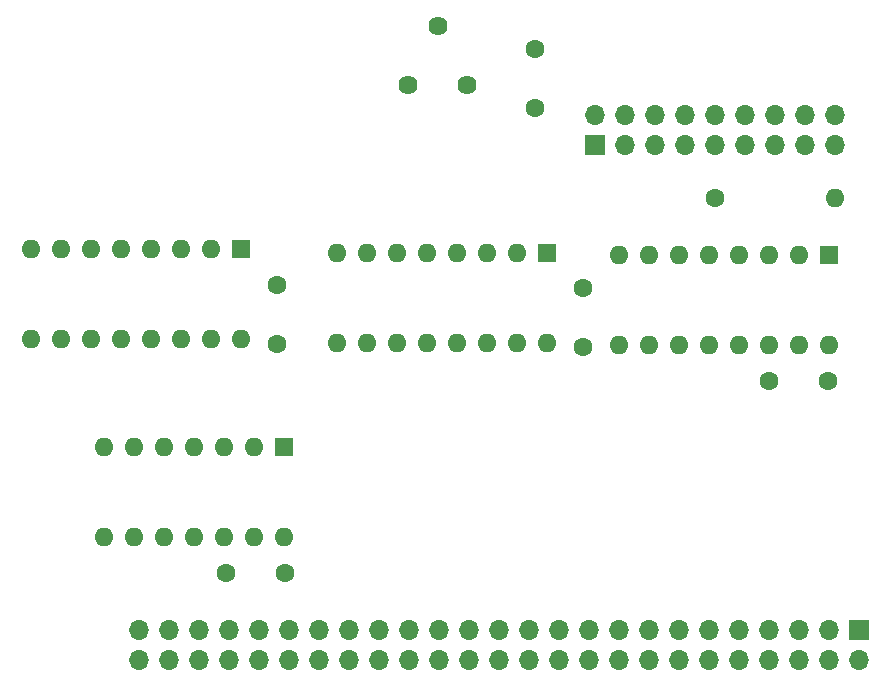
<source format=gbr>
%TF.GenerationSoftware,KiCad,Pcbnew,(6.0.2-0)*%
%TF.CreationDate,2022-08-21T14:39:22+02:00*%
%TF.ProjectId,lcd_board,6c63645f-626f-4617-9264-2e6b69636164,rev?*%
%TF.SameCoordinates,Original*%
%TF.FileFunction,Soldermask,Top*%
%TF.FilePolarity,Negative*%
%FSLAX46Y46*%
G04 Gerber Fmt 4.6, Leading zero omitted, Abs format (unit mm)*
G04 Created by KiCad (PCBNEW (6.0.2-0)) date 2022-08-21 14:39:22*
%MOMM*%
%LPD*%
G01*
G04 APERTURE LIST*
%ADD10R,1.700000X1.700000*%
%ADD11O,1.700000X1.700000*%
%ADD12C,1.600000*%
%ADD13O,1.600000X1.600000*%
%ADD14C,1.620000*%
%ADD15R,1.600000X1.600000*%
G04 APERTURE END LIST*
D10*
%TO.C,J1*%
X78232000Y6604000D03*
D11*
X78232000Y4064000D03*
X75692000Y6604000D03*
X75692000Y4064000D03*
X73152000Y6604000D03*
X73152000Y4064000D03*
X70612000Y6604000D03*
X70612000Y4064000D03*
X68072000Y6604000D03*
X68072000Y4064000D03*
X65532000Y6604000D03*
X65532000Y4064000D03*
X62992000Y6604000D03*
X62992000Y4064000D03*
X60452000Y6604000D03*
X60452000Y4064000D03*
X57912000Y6604000D03*
X57912000Y4064000D03*
X55372000Y6604000D03*
X55372000Y4064000D03*
X52832000Y6604000D03*
X52832000Y4064000D03*
X50292000Y6604000D03*
X50292000Y4064000D03*
X47752000Y6604000D03*
X47752000Y4064000D03*
X45212000Y6604000D03*
X45212000Y4064000D03*
X42672000Y6604000D03*
X42672000Y4064000D03*
X40132000Y6604000D03*
X40132000Y4064000D03*
X37592000Y6604000D03*
X37592000Y4064000D03*
X35052000Y6604000D03*
X35052000Y4064000D03*
X32512000Y6604000D03*
X32512000Y4064000D03*
X29972000Y6604000D03*
X29972000Y4064000D03*
X27432000Y6604000D03*
X27432000Y4064000D03*
X24892000Y6604000D03*
X24892000Y4064000D03*
X22352000Y6604000D03*
X22352000Y4064000D03*
X19812000Y6604000D03*
X19812000Y4064000D03*
X17272000Y6604000D03*
X17272000Y4064000D03*
%TD*%
D12*
%TO.C,C1*%
X24638000Y11430000D03*
X29638000Y11430000D03*
%TD*%
%TO.C,C2*%
X28956000Y35814000D03*
X28956000Y30814000D03*
%TD*%
%TO.C,C4*%
X54864000Y35560000D03*
X54864000Y30560000D03*
%TD*%
%TO.C,R1*%
X66040000Y43180000D03*
D13*
X76200000Y43180000D03*
%TD*%
D14*
%TO.C,RV1*%
X45085000Y52705000D03*
X42585000Y57705000D03*
X40085000Y52705000D03*
%TD*%
D15*
%TO.C,U1*%
X29591000Y22034500D03*
D13*
X27051000Y22034500D03*
X24511000Y22034500D03*
X21971000Y22034500D03*
X19431000Y22034500D03*
X16891000Y22034500D03*
X14351000Y22034500D03*
X14351000Y14414500D03*
X16891000Y14414500D03*
X19431000Y14414500D03*
X21971000Y14414500D03*
X24511000Y14414500D03*
X27051000Y14414500D03*
X29591000Y14414500D03*
%TD*%
D15*
%TO.C,U2*%
X75755500Y38354000D03*
D13*
X73215500Y38354000D03*
X70675500Y38354000D03*
X68135500Y38354000D03*
X65595500Y38354000D03*
X63055500Y38354000D03*
X60515500Y38354000D03*
X57975500Y38354000D03*
X57975500Y30734000D03*
X60515500Y30734000D03*
X63055500Y30734000D03*
X65595500Y30734000D03*
X68135500Y30734000D03*
X70675500Y30734000D03*
X73215500Y30734000D03*
X75755500Y30734000D03*
%TD*%
D15*
%TO.C,U3*%
X51816000Y38481000D03*
D13*
X49276000Y38481000D03*
X46736000Y38481000D03*
X44196000Y38481000D03*
X41656000Y38481000D03*
X39116000Y38481000D03*
X36576000Y38481000D03*
X34036000Y38481000D03*
X34036000Y30861000D03*
X36576000Y30861000D03*
X39116000Y30861000D03*
X41656000Y30861000D03*
X44196000Y30861000D03*
X46736000Y30861000D03*
X49276000Y30861000D03*
X51816000Y30861000D03*
%TD*%
D15*
%TO.C,U4*%
X25908000Y38862000D03*
D13*
X23368000Y38862000D03*
X20828000Y38862000D03*
X18288000Y38862000D03*
X15748000Y38862000D03*
X13208000Y38862000D03*
X10668000Y38862000D03*
X8128000Y38862000D03*
X8128000Y31242000D03*
X10668000Y31242000D03*
X13208000Y31242000D03*
X15748000Y31242000D03*
X18288000Y31242000D03*
X20828000Y31242000D03*
X23368000Y31242000D03*
X25908000Y31242000D03*
%TD*%
D12*
%TO.C,C5*%
X50800000Y50800000D03*
X50800000Y55800000D03*
%TD*%
%TO.C,C3*%
X70612000Y27686000D03*
X75612000Y27686000D03*
%TD*%
D10*
%TO.C,J2*%
X55880000Y47625000D03*
D11*
X55880000Y50165000D03*
X58420000Y47625000D03*
X58420000Y50165000D03*
X60960000Y47625000D03*
X60960000Y50165000D03*
X63500000Y47625000D03*
X63500000Y50165000D03*
X66040000Y47625000D03*
X66040000Y50165000D03*
X68580000Y47625000D03*
X68580000Y50165000D03*
X71120000Y47625000D03*
X71120000Y50165000D03*
X73660000Y47625000D03*
X73660000Y50165000D03*
X76200000Y47625000D03*
X76200000Y50165000D03*
%TD*%
M02*

</source>
